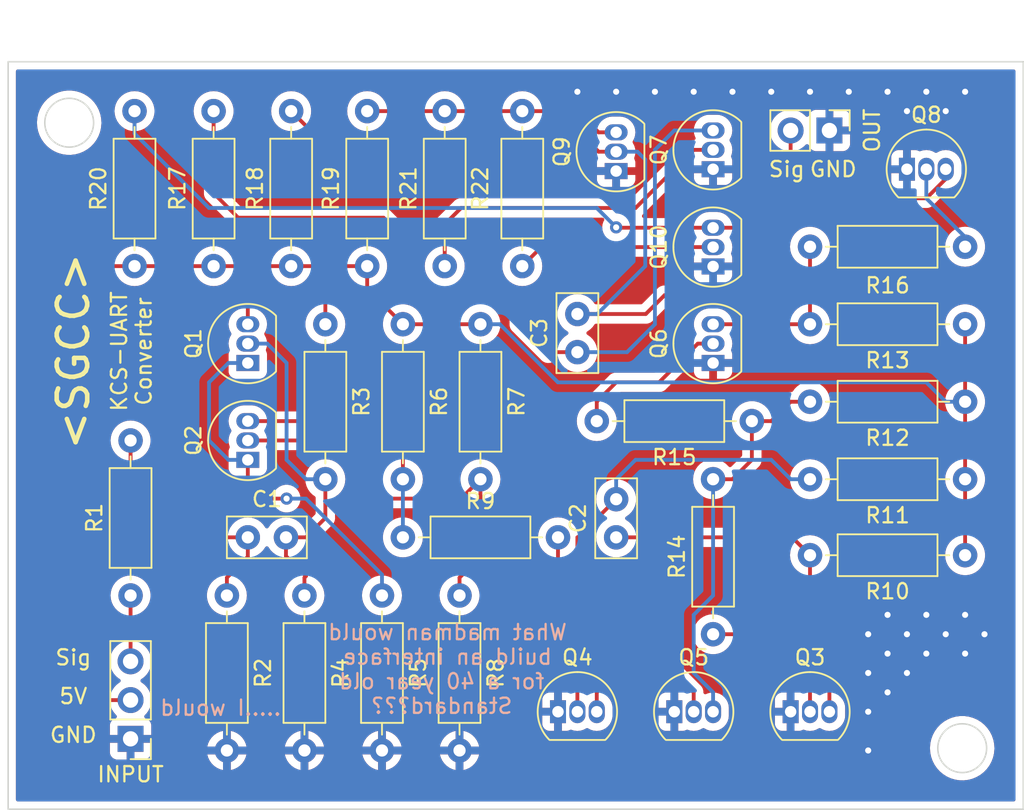
<source format=kicad_pcb>
(kicad_pcb (version 20211014) (generator pcbnew)
  (layers (0 "F.Cu" signal) (31 "B.Cu" signal) (34 "B.Paste" user) (35 "F.Paste" user) (36 "B.SilkS" user "B.Silkscreen") (37 "F.SilkS" user "F.Silkscreen") (38 "B.Mask" user) (39 "F.Mask" user) (44 "Edge.Cuts" user))
  (net 0 "")
  (net 1 "Net-(R3-Pad2)")
  (net 2 "GND")
  (net 3 "Net-(R7-Pad2)")
  (net 4 "Net-(R6-Pad2)")
  (net 5 "Net-(R9-Pad2)")
  (net 6 "VCC")
  (net 7 "Net-(R10-Pad2)")
  (net 8 "Net-(R11-Pad2)")
  (net 9 "Net-(R12-Pad2)")
  (net 10 "Net-(R13-Pad2)")
  (net 11 "Net-(R14-Pad1)")
  (net 12 "Net-(R15-Pad2)")
  (net 13 "Net-(R16-Pad2)")
  (net 14 "Net-(R17-Pad2)")
  (net 15 "Net-(R18-Pad2)")
  (net 16 "Net-(R19-Pad2)")
  (net 17 "Net-(R20-Pad2)")
  (net 18 "Net-(R21-Pad1)")
  (net 19 "Net-(R1-Pad1)")
  (net 20 "Net-(R1-Pad2)")
  (net 21 "Net-(R22-Pad2)")
  (net 22 "Net-(R5-Pad1)")
  (footprint "Resistor_THT:R_Axial_DIN0207_L6.3mm_D2.5mm_P10.16mm_Horizontal" (layer "F.Cu") (at 74.93 113.03 90)
    (fp_text reference "R14" (at 5.08 -2.37 90) (layer "F.SilkS"))
    (fp_text value "10K")
    (fp_line (start 1.04 0) (end 1.81 0) (layer "F.SilkS") (width 0.12))
    (fp_line (start 8.35 1.37) (end 8.35 -1.37) (layer "F.SilkS") (width 0.12))
    (fp_line (start 1.81 -1.37) (end 1.81 1.37) (layer "F.SilkS") (width 0.12))
    (fp_line (start 1.81 1.37) (end 8.35 1.37) (layer "F.SilkS") (width 0.12))
    (fp_line (start 9.12 0) (end 8.35 0) (layer "F.SilkS") (width 0.12))
    (fp_line (start 8.35 -1.37) (end 1.81 -1.37) (layer "F.SilkS") (width 0.12))
    (pad "1" thru_hole circle (at 0 0 90) (size 1.6 1.6) (drill 0.8) (layers *.Cu *.Mask) (net 11 "Net-(R14-Pad1)"))
    (pad "2" thru_hole oval (at 10.16 0 90) (size 1.6 1.6) (drill 0.8) (layers *.Cu *.Mask) (net 9 "Net-(R12-Pad2)"))
  )
  (footprint "Resistor_THT:R_Axial_DIN0207_L6.3mm_D2.5mm_P10.16mm_Horizontal" (layer "F.Cu") (at 49.53 92.71 -90)
    (fp_text reference "R3" (at 5.08 -2.37 90) (layer "F.SilkS"))
    (fp_text value "10K")
    (fp_line (start 9.12 0) (end 8.35 0) (layer "F.SilkS") (width 0.12))
    (fp_line (start 1.04 0) (end 1.81 0) (layer "F.SilkS") (width 0.12))
    (fp_line (start 8.35 -1.37) (end 1.81 -1.37) (layer "F.SilkS") (width 0.12))
    (fp_line (start 1.81 -1.37) (end 1.81 1.37) (layer "F.SilkS") (width 0.12))
    (fp_line (start 1.81 1.37) (end 8.35 1.37) (layer "F.SilkS") (width 0.12))
    (fp_line (start 8.35 1.37) (end 8.35 -1.37) (layer "F.SilkS") (width 0.12))
    (pad "1" thru_hole circle (at 0 0 270) (size 1.6 1.6) (drill 0.8) (layers *.Cu *.Mask) (net 6 "VCC"))
    (pad "2" thru_hole oval (at 10.16 0 270) (size 1.6 1.6) (drill 0.8) (layers *.Cu *.Mask) (net 1 "Net-(R3-Pad2)"))
  )
  (footprint "Connector_PinHeader_2.54mm:PinHeader_1x03_P2.54mm_Vertical" (layer "F.Cu") (at 36.77 119.888 180)
    (fp_text reference "INPUT" (at 0 -2.33) (layer "F.SilkS"))
    (fp_text value "Screw_Terminal_01x03")
    (fp_line (start -1.33 1.27) (end -1.33 6.41) (layer "F.SilkS") (width 0.12))
    (fp_line (start -1.33 1.27) (end 1.33 1.27) (layer "F.SilkS") (width 0.12))
    (fp_line (start -1.33 -1.33) (end 0 -1.33) (layer "F.SilkS") (width 0.12))
    (fp_line (start 1.33 1.27) (end 1.33 6.41) (layer "F.SilkS") (width 0.12))
    (fp_line (start -1.33 6.41) (end 1.33 6.41) (layer "F.SilkS") (width 0.12))
    (fp_line (start -1.33 0) (end -1.33 -1.33) (layer "F.SilkS") (width 0.12))
    (pad "1" thru_hole rect (at 0 0 180) (size 1.7 1.7) (drill 1) (layers *.Cu *.Mask) (net 2 "GND"))
    (pad "2" thru_hole oval (at 0 2.54 180) (size 1.7 1.7) (drill 1) (layers *.Cu *.Mask) (net 6 "VCC"))
    (pad "3" thru_hole oval (at 0 5.08 180) (size 1.7 1.7) (drill 1) (layers *.Cu *.Mask) (net 19 "Net-(R1-Pad1)"))
  )
  (footprint "Resistor_THT:R_Axial_DIN0207_L6.3mm_D2.5mm_P10.16mm_Horizontal" (layer "F.Cu") (at 52.27 88.9 90)
    (fp_text reference "R19" (at 5.08 -2.37 90) (layer "F.SilkS"))
    (fp_text value "2R2K")
    (fp_line (start 1.81 -1.37) (end 1.81 1.37) (layer "F.SilkS") (width 0.12))
    (fp_line (start 9.12 0) (end 8.35 0) (layer "F.SilkS") (width 0.12))
    (fp_line (start 8.35 1.37) (end 8.35 -1.37) (layer "F.SilkS") (width 0.12))
    (fp_line (start 1.04 0) (end 1.81 0) (layer "F.SilkS") (width 0.12))
    (fp_line (start 1.81 1.37) (end 8.35 1.37) (layer "F.SilkS") (width 0.12))
    (fp_line (start 8.35 -1.37) (end 1.81 -1.37) (layer "F.SilkS") (width 0.12))
    (pad "1" thru_hole circle (at 0 0 90) (size 1.6 1.6) (drill 0.8) (layers *.Cu *.Mask) (net 6 "VCC"))
    (pad "2" thru_hole oval (at 10.16 0 90) (size 1.6 1.6) (drill 0.8) (layers *.Cu *.Mask) (net 16 "Net-(R19-Pad2)"))
  )
  (footprint "Resistor_THT:R_Axial_DIN0207_L6.3mm_D2.5mm_P10.16mm_Horizontal" (layer "F.Cu") (at 91.44 107.85 180)
    (fp_text reference "R10" (at 5.08 -2.37) (layer "F.SilkS"))
    (fp_text value "2R2K")
    (fp_line (start 1.81 1.37) (end 8.35 1.37) (layer "F.SilkS") (width 0.12))
    (fp_line (start 1.81 -1.37) (end 1.81 1.37) (layer "F.SilkS") (width 0.12))
    (fp_line (start 8.35 1.37) (end 8.35 -1.37) (layer "F.SilkS") (width 0.12))
    (fp_line (start 8.35 -1.37) (end 1.81 -1.37) (layer "F.SilkS") (width 0.12))
    (fp_line (start 9.12 0) (end 8.35 0) (layer "F.SilkS") (width 0.12))
    (fp_line (start 1.04 0) (end 1.81 0) (layer "F.SilkS") (width 0.12))
    (pad "1" thru_hole circle (at 0 0 180) (size 1.6 1.6) (drill 0.8) (layers *.Cu *.Mask) (net 6 "VCC"))
    (pad "2" thru_hole oval (at 10.16 0 180) (size 1.6 1.6) (drill 0.8) (layers *.Cu *.Mask) (net 7 "Net-(R10-Pad2)"))
  )
  (footprint "Resistor_THT:R_Axial_DIN0207_L6.3mm_D2.5mm_P10.16mm_Horizontal" (layer "F.Cu") (at 42.21 88.9 90)
    (fp_text reference "R17" (at 5.08 -2.37 90) (layer "F.SilkS"))
    (fp_text value "2R2K")
    (fp_line (start 9.12 0) (end 8.35 0) (layer "F.SilkS") (width 0.12))
    (fp_line (start 1.81 -1.37) (end 1.81 1.37) (layer "F.SilkS") (width 0.12))
    (fp_line (start 1.81 1.37) (end 8.35 1.37) (layer "F.SilkS") (width 0.12))
    (fp_line (start 8.35 -1.37) (end 1.81 -1.37) (layer "F.SilkS") (width 0.12))
    (fp_line (start 1.04 0) (end 1.81 0) (layer "F.SilkS") (width 0.12))
    (fp_line (start 8.35 1.37) (end 8.35 -1.37) (layer "F.SilkS") (width 0.12))
    (pad "1" thru_hole circle (at 0 0 90) (size 1.6 1.6) (drill 0.8) (layers *.Cu *.Mask) (net 6 "VCC"))
    (pad "2" thru_hole oval (at 10.16 0 90) (size 1.6 1.6) (drill 0.8) (layers *.Cu *.Mask) (net 14 "Net-(R17-Pad2)"))
  )
  (footprint "Package_TO_SOT_THT:TO-92_Inline" (layer "F.Cu") (at 72.39 118.11)
    (fp_text reference "Q5" (at 1.27 -3.56) (layer "F.SilkS"))
    (fp_text value "2N3904")
    (fp_line (start -0.53 1.85) (end 3.07 1.85) (layer "F.SilkS") (width 0.12))
    (fp_arc (start 1.27 -2.6) (mid 3.672087 -0.994977) (end 3.108478 1.838478) (layer "F.SilkS") (width 0.12))
    (fp_arc (start -0.568478 1.838478) (mid -1.132087 -0.994977) (end 1.27 -2.6) (layer "F.SilkS") (width 0.12))
    (pad "1" thru_hole rect (at 0 0) (size 1.05 1.5) (drill 0.75) (layers *.Cu *.Mask) (net 2 "GND"))
    (pad "2" thru_hole oval (at 1.27 0) (size 1.05 1.5) (drill 0.75) (layers *.Cu *.Mask) (net 8 "Net-(R11-Pad2)"))
    (pad "3" thru_hole oval (at 2.54 0) (size 1.05 1.5) (drill 0.75) (layers *.Cu *.Mask) (net 9 "Net-(R12-Pad2)"))
  )
  (footprint "Resistor_THT:R_Axial_DIN0207_L6.3mm_D2.5mm_P10.16mm_Horizontal" (layer "F.Cu") (at 37.03 88.9 90)
    (fp_text reference "R20" (at 5.08 -2.37 90) (layer "F.SilkS"))
    (fp_text value "2R2K")
    (fp_line (start 8.35 -1.37) (end 1.81 -1.37) (layer "F.SilkS") (width 0.12))
    (fp_line (start 8.35 1.37) (end 8.35 -1.37) (layer "F.SilkS") (width 0.12))
    (fp_line (start 1.04 0) (end 1.81 0) (layer "F.SilkS") (width 0.12))
    (fp_line (start 9.12 0) (end 8.35 0) (layer "F.SilkS") (width 0.12))
    (fp_line (start 1.81 -1.37) (end 1.81 1.37) (layer "F.SilkS") (width 0.12))
    (fp_line (start 1.81 1.37) (end 8.35 1.37) (layer "F.SilkS") (width 0.12))
    (pad "1" thru_hole circle (at 0 0 90) (size 1.6 1.6) (drill 0.8) (layers *.Cu *.Mask) (net 6 "VCC"))
    (pad "2" thru_hole oval (at 10.16 0 90) (size 1.6 1.6) (drill 0.8) (layers *.Cu *.Mask) (net 17 "Net-(R20-Pad2)"))
  )
  (footprint "Resistor_THT:R_Axial_DIN0207_L6.3mm_D2.5mm_P10.16mm_Horizontal" (layer "F.Cu") (at 62.43 78.74 -90)
    (fp_text reference "R22" (at 5.08 2.75 90) (layer "F.SilkS"))
    (fp_text value "10K")
    (fp_line (start 8.35 1.37) (end 8.35 -1.37) (layer "F.SilkS") (width 0.12))
    (fp_line (start 1.04 0) (end 1.81 0) (layer "F.SilkS") (width 0.12))
    (fp_line (start 9.12 0) (end 8.35 0) (layer "F.SilkS") (width 0.12))
    (fp_line (start 8.35 -1.37) (end 1.81 -1.37) (layer "F.SilkS") (width 0.12))
    (fp_line (start 1.81 1.37) (end 8.35 1.37) (layer "F.SilkS") (width 0.12))
    (fp_line (start 1.81 -1.37) (end 1.81 1.37) (layer "F.SilkS") (width 0.12))
    (pad "1" thru_hole circle (at 0 0 270) (size 1.6 1.6) (drill 0.8) (layers *.Cu *.Mask) (net 16 "Net-(R19-Pad2)"))
    (pad "2" thru_hole oval (at 10.16 0 270) (size 1.6 1.6) (drill 0.8) (layers *.Cu *.Mask) (net 21 "Net-(R22-Pad2)"))
  )
  (footprint "Package_TO_SOT_THT:TO-92_Inline" (layer "F.Cu") (at 44.45 101.6 90)
    (fp_text reference "Q2" (at 1.27 -3.56 90) (layer "F.SilkS"))
    (fp_text value "2N3904")
    (fp_line (start -0.53 1.85) (end 3.07 1.85) (layer "F.SilkS") (width 0.12))
    (fp_arc (start -0.568478 1.838478) (mid -1.132087 -0.994977) (end 1.27 -2.6) (layer "F.SilkS") (width 0.12))
    (fp_arc (start 1.27 -2.6) (mid 3.672087 -0.994977) (end 3.108478 1.838478) (layer "F.SilkS") (width 0.12))
    (pad "1" thru_hole rect (at 0 0 90) (size 1.05 1.5) (drill 0.75) (layers *.Cu *.Mask) (net 22 "Net-(R5-Pad1)"))
    (pad "2" thru_hole oval (at 1.27 0 90) (size 1.05 1.5) (drill 0.75) (layers *.Cu *.Mask) (net 3 "Net-(R7-Pad2)"))
    (pad "3" thru_hole oval (at 2.54 0 90) (size 1.05 1.5) (drill 0.75) (layers *.Cu *.Mask) (net 4 "Net-(R6-Pad2)"))
  )
  (footprint "Package_TO_SOT_THT:TO-92_Inline" (layer "F.Cu") (at 74.93 82.55 90)
    (fp_text reference "Q7" (at 1.27 -3.56 90) (layer "F.SilkS"))
    (fp_text value "2N3904")
    (fp_line (start -0.53 1.85) (end 3.07 1.85) (layer "F.SilkS") (width 0.12))
    (fp_arc (start 1.27 -2.6) (mid 3.672087 -0.994977) (end 3.108478 1.838478) (layer "F.SilkS") (width 0.12))
    (fp_arc (start -0.568478 1.838478) (mid -1.132087 -0.994977) (end 1.27 -2.6) (layer "F.SilkS") (width 0.12))
    (pad "1" thru_hole rect (at 0 0 90) (size 1.05 1.5) (drill 0.75) (layers *.Cu *.Mask) (net 2 "GND"))
    (pad "2" thru_hole oval (at 1.27 0 90) (size 1.05 1.5) (drill 0.75) (layers *.Cu *.Mask) (net 18 "Net-(R21-Pad1)"))
    (pad "3" thru_hole oval (at 2.54 0 90) (size 1.05 1.5) (drill 0.75) (layers *.Cu *.Mask) (net 14 "Net-(R17-Pad2)"))
  )
  (footprint "Capacitor_THT:C_Disc_D5.0mm_W2.5mm_P2.50mm" (layer "F.Cu") (at 44.45 106.68)
    (fp_text reference "C1" (at 1.25 -2.5) (layer "F.SilkS"))
    (fp_text value "100n")
    (fp_line (start -1.37 -1.37) (end -1.37 1.37) (layer "F.SilkS") (width 0.12))
    (fp_line (start 3.87 -1.37) (end 3.87 1.37) (layer "F.SilkS") (width 0.12))
    (fp_line (start -1.37 -1.37) (end 3.87 -1.37) (layer "F.SilkS") (width 0.12))
    (fp_line (start -1.37 1.37) (end 3.87 1.37) (layer "F.SilkS") (width 0.12))
    (pad "1" thru_hole circle (at 0 0) (size 1.6 1.6) (drill 0.8) (layers *.Cu *.Mask) (net 20 "Net-(R1-Pad2)"))
    (pad "2" thru_hole circle (at 2.5 0) (size 1.6 1.6) (drill 0.8) (layers *.Cu *.Mask) (net 1 "Net-(R3-Pad2)"))
  )
  (footprint "Resistor_THT:R_Axial_DIN0207_L6.3mm_D2.5mm_P10.16mm_Horizontal" (layer "F.Cu") (at 59.69 92.71 -90)
    (fp_text reference "R7" (at 5.08 -2.37 90) (layer "F.SilkS"))
    (fp_text value "10K")
    (fp_line (start 8.35 -1.37) (end 1.81 -1.37) (layer "F.SilkS") (width 0.12))
    (fp_line (start 1.04 0) (end 1.81 0) (layer "F.SilkS") (width 0.12))
    (fp_line (start 1.81 1.37) (end 8.35 1.37) (layer "F.SilkS") (width 0.12))
    (fp_line (start 1.81 -1.37) (end 1.81 1.37) (layer "F.SilkS") (width 0.12))
    (fp_line (start 9.12 0) (end 8.35 0) (layer "F.SilkS") (width 0.12))
    (fp_line (start 8.35 1.37) (end 8.35 -1.37) (layer "F.SilkS") (width 0.12))
    (pad "1" thru_hole circle (at 0 0 270) (size 1.6 1.6) (drill 0.8) (layers *.Cu *.Mask) (net 6 "VCC"))
    (pad "2" thru_hole oval (at 10.16 0 270) (size 1.6 1.6) (drill 0.8) (layers *.Cu *.Mask) (net 3 "Net-(R7-Pad2)"))
  )
  (footprint "Resistor_THT:R_Axial_DIN0207_L6.3mm_D2.5mm_P10.16mm_Horizontal" (layer "F.Cu") (at 91.44 92.71 180)
    (fp_text reference "R13" (at 5.08 -2.37) (layer "F.SilkS"))
    (fp_text value "2R2K")
    (fp_line (start 1.81 -1.37) (end 1.81 1.37) (layer "F.SilkS") (width 0.12))
    (fp_line (start 1.04 0) (end 1.81 0) (layer "F.SilkS") (width 0.12))
    (fp_line (start 1.81 1.37) (end 8.35 1.37) (layer "F.SilkS") (width 0.12))
    (fp_line (start 8.35 -1.37) (end 1.81 -1.37) (layer "F.SilkS") (width 0.12))
    (fp_line (start 8.35 1.37) (end 8.35 -1.37) (layer "F.SilkS") (width 0.12))
    (fp_line (start 9.12 0) (end 8.35 0) (layer "F.SilkS") (width 0.12))
    (pad "1" thru_hole circle (at 0 0 180) (size 1.6 1.6) (drill 0.8) (layers *.Cu *.Mask) (net 6 "VCC"))
    (pad "2" thru_hole oval (at 10.16 0 180) (size 1.6 1.6) (drill 0.8) (layers *.Cu *.Mask) (net 10 "Net-(R13-Pad2)"))
  )
  (footprint "Resistor_THT:R_Axial_DIN0207_L6.3mm_D2.5mm_P10.16mm_Horizontal" (layer "F.Cu") (at 54.61 92.71 -90)
    (fp_text reference "R6" (at 5.08 -2.37 90) (layer "F.SilkS"))
    (fp_text value "2R2K")
    (fp_line (start 8.35 1.37) (end 8.35 -1.37) (layer "F.SilkS") (width 0.12))
    (fp_line (start 8.35 -1.37) (end 1.81 -1.37) (layer "F.SilkS") (width 0.12))
    (fp_line (start 1.04 0) (end 1.81 0) (layer "F.SilkS") (width 0.12))
    (fp_line (start 1.81 -1.37) (end 1.81 1.37) (layer "F.SilkS") (width 0.12))
    (fp_line (start 1.81 1.37) (end 8.35 1.37) (layer "F.SilkS") (width 0.12))
    (fp_line (start 9.12 0) (end 8.35 0) (layer "F.SilkS") (width 0.12))
    (pad "1" thru_hole circle (at 0 0 270) (size 1.6 1.6) (drill 0.8) (layers *.Cu *.Mask) (net 6 "VCC"))
    (pad "2" thru_hole oval (at 10.16 0 270) (size 1.6 1.6) (drill 0.8) (layers *.Cu *.Mask) (net 4 "Net-(R6-Pad2)"))
  )
  (footprint "Package_TO_SOT_THT:TO-92_Inline" (layer "F.Cu") (at 68.58 82.67113 90)
    (fp_text reference "Q9" (at 1.27 -3.56 90) (layer "F.SilkS"))
    (fp_text value "2N3904")
    (fp_line (start -0.53 1.85) (end 3.07 1.85) (layer "F.SilkS") (width 0.12))
    (fp_arc (start -0.568478 1.838478) (mid -1.132087 -0.994977) (end 1.27 -2.6) (layer "F.SilkS") (width 0.12))
    (fp_arc (start 1.27 -2.6) (mid 3.672087 -0.994977) (end 3.108478 1.838478) (layer "F.SilkS") (width 0.12))
    (pad "1" thru_hole rect (at 0 0 90) (size 1.05 1.5) (drill 0.75) (layers *.Cu *.Mask) (net 2 "GND"))
    (pad "2" thru_hole oval (at 1.27 0 90) (size 1.05 1.5) (drill 0.75) (layers *.Cu *.Mask) (net 15 "Net-(R18-Pad2)"))
    (pad "3" thru_hole oval (at 2.54 0 90) (size 1.05 1.5) (drill 0.75) (layers *.Cu *.Mask) (net 16 "Net-(R19-Pad2)"))
  )
  (footprint "Resistor_THT:R_Axial_DIN0207_L6.3mm_D2.5mm_P10.16mm_Horizontal" (layer "F.Cu") (at 58.32 110.49 -90)
    (fp_text reference "R8" (at 5.08 -2.37 90) (layer "F.SilkS"))
    (fp_text value "3K")
    (fp_line (start 9.12 0) (end 8.35 0) (layer "F.SilkS") (width 0.12))
    (fp_line (start 8.35 1.37) (end 8.35 -1.37) (layer "F.SilkS") (width 0.12))
    (fp_line (start 1.81 1.37) (end 8.35 1.37) (layer "F.SilkS") (width 0.12))
    (fp_line (start 8.35 -1.37) (end 1.81 -1.37) (layer "F.SilkS") (width 0.12))
    (fp_line (start 1.04 0) (end 1.81 0) (layer "F.SilkS") (width 0.12))
    (fp_line (start 1.81 -1.37) (end 1.81 1.37) (layer "F.SilkS") (width 0.12))
    (pad "1" thru_hole circle (at 0 0 270) (size 1.6 1.6) (drill 0.8) (layers *.Cu *.Mask) (net 3 "Net-(R7-Pad2)"))
    (pad "2" thru_hole oval (at 10.16 0 270) (size 1.6 1.6) (drill 0.8) (layers *.Cu *.Mask) (net 2 "GND"))
  )
  (footprint "Resistor_THT:R_Axial_DIN0207_L6.3mm_D2.5mm_P10.16mm_Horizontal" (layer "F.Cu") (at 48.16 110.49 -90)
    (fp_text reference "R4" (at 5.08 -2.37 90) (layer "F.SilkS"))
    (fp_text value "3K")
    (fp_line (start 8.35 1.37) (end 8.35 -1.37) (layer "F.SilkS") (width 0.12))
    (fp_line (start 1.81 1.37) (end 8.35 1.37) (layer "F.SilkS") (width 0.12))
    (fp_line (start 9.12 0) (end 8.35 0) (layer "F.SilkS") (width 0.12))
    (fp_line (start 1.81 -1.37) (end 1.81 1.37) (layer "F.SilkS") (width 0.12))
    (fp_line (start 1.04 0) (end 1.81 0) (layer "F.SilkS") (width 0.12))
    (fp_line (start 8.35 -1.37) (end 1.81 -1.37) (layer "F.SilkS") (width 0.12))
    (pad "1" thru_hole circle (at 0 0 270) (size 1.6 1.6) (drill 0.8) (layers *.Cu *.Mask) (net 1 "Net-(R3-Pad2)"))
    (pad "2" thru_hole oval (at 10.16 0 270) (size 1.6 1.6) (drill 0.8) (layers *.Cu *.Mask) (net 2 "GND"))
  )
  (footprint "Capacitor_THT:C_Disc_D5.0mm_W2.5mm_P2.50mm" (layer "F.Cu") (at 66.04 94.54 90)
    (fp_text reference "C3" (at 1.25 -2.5 90) (layer "F.SilkS"))
    (fp_text value "100n")
    (fp_line (start -1.37 1.37) (end 3.87 1.37) (layer "F.SilkS") (width 0.12))
    (fp_line (start -1.37 -1.37) (end 3.87 -1.37) (layer "F.SilkS") (width 0.12))
    (fp_line (start -1.37 -1.37) (end -1.37 1.37) (layer "F.SilkS") (width 0.12))
    (fp_line (start 3.87 -1.37) (end 3.87 1.37) (layer "F.SilkS") (width 0.12))
    (pad "1" thru_hole circle (at 0 0 90) (size 1.6 1.6) (drill 0.8) (layers *.Cu *.Mask) (net 14 "Net-(R17-Pad2)"))
    (pad "2" thru_hole circle (at 2.5 0 90) (size 1.6 1.6) (drill 0.8) (layers *.Cu *.Mask) (net 15 "Net-(R18-Pad2)"))
  )
  (footprint "Resistor_THT:R_Axial_DIN0207_L6.3mm_D2.5mm_P10.16mm_Horizontal" (layer "F.Cu") (at 54.61 106.68)
    (fp_text reference "R9" (at 5.08 -2.37) (layer "F.SilkS"))
    (fp_text value "10K")
    (fp_line (start 1.81 1.37) (end 8.35 1.37) (layer "F.SilkS") (width 0.12))
    (fp_line (start 8.35 -1.37) (end 1.81 -1.37) (layer "F.SilkS") (width 0.12))
    (fp_line (start 1.81 -1.37) (end 1.81 1.37) (layer "F.SilkS") (width 0.12))
    (fp_line (start 9.12 0) (end 8.35 0) (layer "F.SilkS") (width 0.12))
    (fp_line (start 1.04 0) (end 1.81 0) (layer "F.SilkS") (width 0.12))
    (fp_line (start 8.35 1.37) (end 8.35 -1.37) (layer "F.SilkS") (width 0.12))
    (pad "1" thru_hole circle (at 0 0) (size 1.6 1.6) (drill 0.8) (layers *.Cu *.Mask) (net 4 "Net-(R6-Pad2)"))
    (pad "2" thru_hole oval (at 10.16 0) (size 1.6 1.6) (drill 0.8) (layers *.Cu *.Mask) (net 5 "Net-(R9-Pad2)"))
  )
  (footprint "Resistor_THT:R_Axial_DIN0207_L6.3mm_D2.5mm_P10.16mm_Horizontal" (layer "F.Cu") (at 36.77 110.49 90)
    (fp_text reference "R1" (at 5.08 -2.37 90) (layer "F.SilkS"))
    (fp_text value "100R")
    (fp_line (start 8.35 1.37) (end 8.35 -1.37) (layer "F.SilkS") (width 0.12))
    (fp_line (start 9.12 0) (end 8.35 0) (layer "F.SilkS") (width 0.12))
    (fp_line (start 1.04 0) (end 1.81 0) (layer "F.SilkS") (width 0.12))
    (fp_line (start 1.81 -1.37) (end 1.81 1.37) (layer "F.SilkS") (width 0.12))
    (fp_line (start 8.35 -1.37) (end 1.81 -1.37) (layer "F.SilkS") (width 0.12))
    (fp_line (start 1.81 1.37) (end 8.35 1.37) (layer "F.SilkS") (width 0.12))
    (pad "1" thru_hole circle (at 0 0 90) (size 1.6 1.6) (drill 0.8) (layers *.Cu *.Mask) (net 19 "Net-(R1-Pad1)"))
    (pad "2" thru_hole oval (at 10.16 0 90) (size 1.6 1.6) (drill 0.8) (layers *.Cu *.Mask) (net 20 "Net-(R1-Pad2)"))
  )
  (footprint "Resistor_THT:R_Axial_DIN0207_L6.3mm_D2.5mm_P10.16mm_Horizontal" (layer "F.Cu") (at 53.24 110.49 -90)
    (fp_text reference "R5" (at 5.08 -2.37 90) (layer "F.SilkS"))
    (fp_text value "100R")
    (fp_line (start 1.81 1.37) (end 8.35 1.37) (layer "F.SilkS") (width 0.12))
    (fp_line (start 1.81 -1.37) (end 1.81 1.37) (layer "F.SilkS") (width 0.12))
    (fp_line (start 8.35 -1.37) (end 1.81 -1.37) (layer "F.SilkS") (width 0.12))
    (fp_line (start 1.04 0) (end 1.81 0) (layer "F.SilkS") (width 0.12))
    (fp_line (start 9.12 0) (end 8.35 0) (layer "F.SilkS") (width 0.12))
    (fp_line (start 8.35 1.37) (end 8.35 -1.37) (layer "F.SilkS") (width 0.12))
    (pad "1" thru_hole circle (at 0 0 270) (size 1.6 1.6) (drill 0.8) (layers *.Cu *.Mask) (net 22 "Net-(R5-Pad1)"))
    (pad "2" thru_hole oval (at 10.16 0 270) (size 1.6 1.6) (drill 0.8) (layers *.Cu *.Mask) (net 2 "GND"))
  )
  (footprint "Resistor_THT:R_Axial_DIN0207_L6.3mm_D2.5mm_P10.16mm_Horizontal" (layer "F.Cu") (at 81.28 87.63)
    (fp_text reference "R16" (at 5.08 2.54) (layer "F.SilkS"))
    (fp_text value "10K")
    (fp_line (start 1.81 -1.37) (end 1.81 1.37) (layer "F.SilkS") (width 0.12))
    (fp_line (start 8.35 1.37) (end 8.35 -1.37) (layer "F.SilkS") (width 0.12))
    (fp_line (start 1.81 1.37) (end 8.35 1.37) (layer "F.SilkS") (width 0.12))
    (fp_line (start 1.04 0) (end 1.81 0) (layer "F.SilkS") (width 0.12))
    (fp_line (start 8.35 -1.37) (end 1.81 -1.37) (layer "F.SilkS") (width 0.12))
    (fp_line (start 9.12 0) (end 8.35 0) (layer "F.SilkS") (width 0.12))
    (pad "1" thru_hole circle (at 0 0) (size 1.6 1.6) (drill 0.8) (layers *.Cu *.Mask) (net 10 "Net-(R13-Pad2)"))
    (pad "2" thru_hole oval (at 10.16 0) (size 1.6 1.6) (drill 0.8) (layers *.Cu *.Mask) (net 13 "Net-(R16-Pad2)"))
  )
  (footprint "Resistor_THT:R_Axial_DIN0207_L6.3mm_D2.5mm_P10.16mm_Horizontal" (layer "F.Cu") (at 91.44 97.79 180)
    (fp_text reference "R12" (at 5.08 -2.37) (layer "F.SilkS"))
    (fp_text value "2R2K")
    (fp_line (start 8.35 1.37) (end 8.35 -1.37) (layer "F.SilkS") (width 0.12))
    (fp_line (start 8.35 -1.37) (end 1.81 -1.37) (layer "F.SilkS") (width 0.12))
    (fp_line (start 1.04 0) (end 1.81 0) (layer "F.SilkS") (width 0.12))
    (fp_line (start 9.12 0) (end 8.35 0) (layer "F.SilkS") (width 0.12))
    (fp_line (start 1.81 1.37) (end 8.35 1.37) (layer "F.SilkS") (width 0.12))
    (fp_line (start 1.81 -1.37) (end 1.81 1.37) (layer "F.SilkS") (width 0.12))
    (pad "1" thru_hole circle (at 0 0 180) (size 1.6 1.6) (drill 0.8) (layers *.Cu *.Mask) (net 6 "VCC"))
    (pad "2" thru_hole oval (at 10.16 0 180) (size 1.6 1.6) (drill 0.8) (layers *.Cu *.Mask) (net 9 "Net-(R12-Pad2)"))
  )
  (footprint "Package_TO_SOT_THT:TO-92_Inline" (layer "F.Cu") (at 44.45 95.25 90)
    (fp_text reference "Q1" (at 1.27 -3.56 90) (layer "F.SilkS"))
    (fp_text value "2N3904")
    (fp_line (start -0.53 1.85) (end 3.07 1.85) (layer "F.SilkS") (width 0.12))
    (fp_arc (start -0.568478 1.838478) (mid -1.132087 -0.994977) (end 1.27 -2.6) (layer "F.SilkS") (width 0.12))
    (fp_arc (start 1.27 -2.6) (mid 3.672087 -0.994977) (end 3.108478 1.838478) (layer "F.SilkS") (width 0.12))
    (pad "1" thru_hole rect (at 0 0 90) (size 1.05 1.5) (drill 0.75) (layers *.Cu *.Mask) (net 22 "Net-(R5-Pad1)"))
    (pad "2" thru_hole oval (at 1.27 0 90) (size 1.05 1.5) (drill 0.75) (layers *.Cu *.Mask) (net 1 "Net-(R3-Pad2)"))
    (pad "3" thru_hole oval (at 2.54 0 90) (size 1.05 1.5) (drill 0.75) (layers *.Cu *.Mask) (net 6 "VCC"))
  )
  (footprint "Capacitor_THT:C_Disc_D5.0mm_W2.5mm_P2.50mm" (layer "F.Cu") (at 68.58 106.68 90)
    (fp_text reference "C2" (at 1.25 -2.5 90) (layer "F.SilkS"))
    (fp_text value "100n")
    (fp_line (start -1.37 -1.37) (end -1.37 1.37) (layer "F.SilkS") (width 0.12))
    (fp_line (start -1.37 -1.37) (end 3.87 -1.37) (layer "F.SilkS") (width 0.12))
    (fp_line (start 3.87 -1.37) (end 3.87 1.37) (layer "F.SilkS") (width 0.12))
    (fp_line (start -1.37 1.37) (end 3.87 1.37) (layer "F.SilkS") (width 0.12))
    (pad "1" thru_hole circle (at 0 0 90) (size 1.6 1.6) (drill 0.8) (layers *.Cu *.Mask) (net 7 "Net-(R10-Pad2)"))
    (pad "2" thru_hole circle (at 2.5 0 90) (size 1.6 1.6) (drill 0.8) (layers *.Cu *.Mask) (net 8 "Net-(R11-Pad2)"))
  )
  (footprint "Resistor_THT:R_Axial_DIN0207_L6.3mm_D2.5mm_P10.16mm_Horizontal" (layer "F.Cu") (at 43.08 110.49 -90)
    (fp_text reference "R2" (at 5.08 -2.37 90) (layer "F.SilkS"))
    (fp_text value "50R")
    (fp_line (start 9.12 0) (end 8.35 0) (layer "F.SilkS") (width 0.12))
    (fp_line (start 8.35 1.37) (end 8.35 -1.37) (layer "F.SilkS") (width 0.12))
    (fp_line (start 1.04 0) (end 1.81 0) (layer "F.SilkS") (width 0.12))
    (fp_line (start 8.35 -1.37) (end 1.81 -1.37) (layer "F.SilkS") (width 0.12))
    (fp_line (start 1.81 1.37) (end 8.35 1.37) (layer "F.SilkS") (width 0.12))
    (fp_line (start 1.81 -1.37) (end 1.81 1.37) (layer "F.SilkS") (width 0.12))
    (pad "1" thru_hole circle (at 0 0 270) (size 1.6 1.6) (drill 0.8) (layers *.Cu *.Mask) (net 20 "Net-(R1-Pad2)"))
    (pad "2" thru_hole oval (at 10.16 0 270) (size 1.6 1.6) (drill 0.8) (layers *.Cu *.Mask) (net 2 "GND"))
  )
  (footprint "Connector_PinHeader_2.54mm:PinHeader_1x02_P2.54mm_Vertical" (layer "F.Cu") (at 82.55 80.01 -90)
    (fp_text reference "OUT" (at 0 -2.794 90) (layer "F.SilkS"))
    (fp_text value "Screw_Terminal_01x02")
    (fp_line (start -1.33 0) (end -1.33 -1.33) (layer "F.SilkS") (width 0.12))
    (fp_line (start -1.33 1.27) (end -1.33 3.87) (layer "F.SilkS") (width 0.12))
    (fp_line (start -1.33 1.27) (end 1.33 1.27) (layer "F.SilkS") (width 0.12))
    (fp_line (start -1.33 3.87) (end 1.33 3.87) (layer "F.SilkS") (width 0.12))
    (fp_line (start -1.33 -1.33) (end 0 -1.33) (layer "F.SilkS") (width 0.12))
    (fp_line (start 1.33 1.27) (end 1.33 3.87) (layer "F.SilkS") (width 0.12))
    (pad "1" thru_hole rect (at 0 0 270) (size 1.7 1.7) (drill 1) (layers *.Cu *.Mask) (net 2 "GND"))
    (pad "2" thru_hole oval (at 0 2.54 270) (size 1.7 1.7) (drill 1) (layers *.Cu *.Mask) (net 17 "Net-(R20-Pad2)"))
  )
  (footprint "Package_TO_SOT_THT:TO-92_Inline" (layer "F.Cu") (at 74.93 88.923217 90)
    (fp_text reference "Q10" (at 1.27 -3.56 90) (layer "F.SilkS"))
    (fp_text value "2N3904")
    (fp_line (start -0.53 1.85) (end 3.07 1.85) (layer "F.SilkS") (width 0.12))
    (fp_arc (start -0.568478 1.838478) (mid -1.132087 -0.994977) (end 1.27 -2.6) (layer "F.SilkS") (width 0.12))
    (fp_arc (start 1.27 -2.6) (mid 3.672087 -0.994977) (end 3.108478 1.838478) (layer "F.SilkS") (width 0.12))
    (pad "1" thru_hole rect (at 0 0 90) (size 1.05 1.5) (drill 0.75) (layers *.Cu *.Mask) (net 2 "GND"))
    (pad "2" thru_hole oval (at 1.27 0 90) (size 1.05 1.5) (drill 0.75) (layers *.Cu *.Mask) (net 21 "Net-(R22-Pad2)"))
    (pad "3" thru_hole oval (at 2.54 0 90) (size 1.05 1.5) (drill 0.75) (layers *.Cu *.Mask) (net 17 "Net-(R20-Pad2)"))
  )
  (footprint "Resistor_THT:R_Axial_DIN0207_L6.3mm_D2.5mm_P10.16mm_Horizontal" (layer "F.Cu") (at 91.44 102.87 180)
    (fp_text reference "R11" (at 5.08 -2.37) (layer "F.SilkS"))
    (fp_text value "22K")
    (fp_line (start 1.81 1.37) (end 8.35 1.37) (layer "F.SilkS") (width 0.12))
    (fp_line (start 9.12 0) (end 8.35 0) (layer "F.SilkS") (width 0.12))
    (fp_line (start 1.04 0) (end 1.81 0) (layer "F.SilkS") (width 0.12))
    (fp_line (start 8.35 -1.37) (end 1.81 -1.37) (layer "F.SilkS") (width 0.12))
    (fp_line (start 8.35 1.37) (end 8.35 -1.37) (layer "F.SilkS") (width 0.12))
    (fp_line (start 1.81 -1.37) (end 1.81 1.37) (layer "F.SilkS") (width 0.12))
    (pad "1" thru_hole circle (at 0 0 180) (size 1.6 1.6) (drill 0.8) (layers *.Cu *.Mask) (net 6 "VCC"))
    (pad "2" thru_hole oval (at 10.16 0 180) (size 1.6 1.6) (drill 0.8) (layers *.Cu *.Mask) (net 8 "Net-(R11-Pad2)"))
  )
  (footprint "Package_TO_SOT_THT:TO-92_Inline" (layer "F.Cu") (at 80.01 118.11)
    (fp_text reference "Q3" (at 1.27 -3.56) (layer "F.SilkS"))
    (fp_text value "2N3904")
    (fp_line (start -0.53 1.85) (end 3.07 1.85) (layer "F.SilkS") (width 0.12))
    (fp_arc (start 1.27 -2.6) (mid 3.672087 -0.994977) (end 3.108478 1.838478) (layer "F.SilkS") (width 0.12))
    (fp_arc (start -0.568478 1.838478) (mid -1.132087 -0.994977) (end 1.27 -2.6) (layer "F.SilkS") (width 0.12))
    (pad "1" thru_hole rect (at 0 0) (size 1.05 1.5) (drill 0.75) (layers *.Cu *.Mask) (net 2 "GND"))
    (pad "2" thru_hole oval (at 1.27 0) (size 1.05 1.5) (drill 0.75) (layers *.Cu *.Mask) (net 11 "Net-(R14-Pad1)"))
    (pad "3" thru_hole oval (at 2.54 0) (size 1.05 1.5) (drill 0.75) (layers *.Cu *.Mask) (net 7 "Net-(R10-Pad2)"))
  )
  (footprint "Resistor_THT:R_Axial_DIN0207_L6.3mm_D2.5mm_P10.16mm_Horizontal" (layer "F.Cu") (at 77.47 99.06 180)
    (fp_text reference "R15" (at 5.08 -2.37) (layer "F.SilkS"))
    (fp_text value "10K")
    (fp_line (start 8.35 -1.37) (end 1.81 -1.37) (layer "F.SilkS") (width 0.12))
    (fp_line (start 1.81 -1.37) (end 1.81 1.37) (layer "F.SilkS") (width 0.12))
    (fp_line (start 8.35 1.37) (end 8.35 -1.37) (layer "F.SilkS") (width 0.12))
    (fp_line (start 1.81 1.37) (end 8.35 1.37) (layer "F.SilkS") (width 0.12))
    (fp_line (start 1.04 0) (end 1.81 0) (layer "F.SilkS") (width 0.12))
    (fp_line (start 9.12 0) (end 8.35 0) (layer "F.SilkS") (width 0.12))
    (pad "1" thru_hole circle (at 0 0 180) (size 1.6 1.6) (drill 0.8) (layers *.Cu *.Mask) (net 9 "Net-(R12-Pad2)"))
    (pad "2" thru_hole oval (at 10.16 0 180) (size 1.6 1.6) (drill 0.8) (layers *.Cu *.Mask) (net 12 "Net-(R15-Pad2)"))
  )
  (footprint "Package_TO_SOT_THT:TO-92_Inline" (layer "F.Cu") (at 74.93 95.25 90)
    (fp_text reference "Q6" (at 1.27 -3.56 90) (layer "F.SilkS"))
    (fp_text value "2N3904")
    (fp_line (start -0.53 1.85) (end 3.07 1.85) (layer "F.SilkS") (width 0.12))
    (fp_arc (start -0.568478 1.838478) (mid -1.132087 -0.994977) (end 1.27 -2.6) (layer "F.SilkS") (width 0.12))
    (fp_arc (start 1.27 -2.6) (mid 3.672087 -0.994977) (end 3.108478 1.838478) (layer "F.SilkS") (width 0.12))
    (pad "1" thru_hole rect (at 0 0 90) (size 1.05 1.5) (drill 0.75) (layers *.Cu *.Mask) (net 2 "GND"))
    (pad "2" thru_hole oval (at 1.27 0 90) (size 1.05 1.5) (drill 0.75) (layers *.Cu *.Mask) (net 12 "Net-(R15-Pad2)"))
    (pad "3" thru_hole oval (at 2.54 0 90) (size 1.05 1.5) (drill 0.75) (layers *.Cu *.Mask) (net 10 "Net-(R13-Pad2)"))
  )
  (footprint "Package_TO_SOT_THT:TO-92_Inline" (layer "F.Cu") (at 64.77 118.11)
    (fp_text reference "Q4" (at 1.27 -3.56) (layer "F.SilkS"))
    (fp_text value "2N3904")
    (fp_line (start -0.53 1.85) (end 3.07 1.85) (layer "F.SilkS") (width 0.12))
    (fp_arc (start -0.568478 1.838478) (mid -1.132087 -0.994977) (end 1.27 -2.6) (layer "F.SilkS") (width 0.12))
    (fp_arc (start 1.27 -2.6) (mid 3.672087 -0.994977) (end 3.108478 1.838478) (layer "F.SilkS") (width 0.12))
    (pad "1" thru_hole rect (at 0 0) (size 1.05 1.5) (drill 0.75) (layers *.Cu *.Mask) (net 2 "GND"))
    (pad "2" thru_hole oval (at 1.27 0) (size 1.05 1.5) (drill 0.75) (layers *.Cu *.Mask) (net 5 "Net-(R9-Pad2)"))
    (pad "3" thru_hole oval (at 2.54 0) (size 1.05 1.5) (drill 0.75) (layers *.Cu *.Mask) (net 8 "Net-(R11-Pad2)"))
  )
  (footprint "Resistor_THT:R_Axial_DIN0207_L6.3mm_D2.5mm_P10.16mm_Horizontal" (layer "F.Cu") (at 57.35 88.9 90)
    (fp_text reference "R21" (at 5.08 -2.37 90) (layer "F.SilkS"))
    (fp_text value "10K")
    (fp_line (start 8.35 -1.37) (end 1.81 -1.37) (layer "F.SilkS") (width 0.12))
    (fp_line (start 1.81 -1.37) (end 1.81 1.37) (layer "F.SilkS") (width 0.12))
    (fp_line (start 1.04 0) (end 1.81 0) (layer "F.SilkS") (width 0.12))
    (fp_line (start 8.35 1.37) (end 8.35 -1.37) (layer "F.SilkS") (width 0.12))
    (fp_line (start 1.81 1.37) (end 8.35 1.37) (layer "F.SilkS") (width 0.12))
    (fp_line (start 9.12 0) (end 8.35 0) (layer "F.SilkS") (width 0.12))
    (pad "1" thru_hole circle (at 0 0 90) (size 1.6 1.6) (drill 0.8) (layers *.Cu *.Mask) (net 18 "Net-(R21-Pad1)"))
    (pad "2" thru_hole oval (at 10.16 0 90) (size 1.6 1.6) (drill 0.8) (layers *.Cu *.Mask) (net 16 "Net-(R19-Pad2)"))
  )
  (footprint "Resistor_THT:R_Axial_DIN0207_L6.3mm_D2.5mm_P10.16mm_Horizontal" (layer "F.Cu") (at 47.29 88.9 90)
    (fp_text reference "R18" (at 5.08 -2.37 90) (layer "F.SilkS"))
    (fp_text value "80K")
    (fp_line (start 1.81 1.37) (end 8.35 1.37) (layer "F.SilkS") (width 0.12))
    (fp_line (start 8.35 -1.37) (end 1.81 -1.37) (layer "F.SilkS") (width 0.12))
    (fp_line (start 8.35 1.37) (end 8.35 -1.37) (layer "F.SilkS") (width 0.12))
    (fp_line (start 1.81 -1.37) (end 1.81 1.37) (layer "F.SilkS") (width 0.12))
    (fp_line (start 9.12 0) (end 8.35 0) (layer "F.SilkS") (width 0.12))
    (fp_line (start 1.04 0) (end 1.81 0) (layer "F.SilkS") (width 0.12))
    (pad "1" thru_hole circle (at 0 0 90) (size 1.6 1.6) (drill 0.8) (layers *.Cu *.Mask) (net 6 "VCC"))
    (pad "2" thru_hole oval (at 10.16 0 90) (size 1.6 1.6) (drill 0.8) (layers *.Cu *.Mask) (net 15 "Net-(R18-Pad2)"))
  )
  (footprint "Package_TO_SOT_THT:TO-92_Inline" (layer "F.Cu") (at 87.63 82.55)
    (fp_text reference "Q8" (at 1.27 -3.56) (layer "F.SilkS"))
    (fp_text value "2N3904")
    (fp_line (start -0.53 1.85) (end 3.07 1.85) (layer "F.SilkS") (width 0.12))
    (fp_arc (start 1.27 -2.6) (mid 3.672087 -0.994977) (end 3.108478 1.838478) (layer "F.SilkS") (width 0.12))
    (fp_arc (start -0.568478 1.838478) (mid -1.132087 -0.994977) (end 1.27 -2.6) (layer "F.SilkS") (width 0.12))
    (pad "1" thru_hole rect (at 0 0) (size 1.05 1.5) (drill 0.75) (layers *.Cu *.Mask) (net 2 "GND"))
    (pad "2" thru_hole oval (at 1.27 0) (size 1.05 1.5) (drill 0.75) (layers *.Cu *.Mask) (net 13 "Net-(R16-Pad2)"))
    (pad "3" thru_hole oval (at 2.54 0) (size 1.05 1.5) (drill 0.75) (layers *.Cu *.Mask) (net 15 "Net-(R18-Pad2)"))
  )
  (gr_circle (center 91.25 120.5) (end 92.85 120.5) (layer "Edge.Cuts") (width 0.1) (fill none))
  (gr_circle (center 32.75 79.5) (end 34.35 79.5) (layer "Edge.Cuts") (width 0.1) (fill none))
  (gr_rect (start 95.25 75.5) (end 28.75 124.5) (layer "Edge.Cuts") (width 0.1) (fill none))
  (gr_text ".....I would" (at 42.672 117.856) (layer "B.SilkS") (effects (font (size 1 1)) (justify mirror)))
  (gr_text "What madman would \nbuild an interface \nfor a 40 year old\nStandard???" (at 57.15 115.316) (layer "B.SilkS") (effects (font (size 1 1)) (justify mirror)))
  (gr_text "Sig" (at 79.756 82.55) (layer "F.SilkS") (effects (font (size 1 1))))
  (gr_text "GND" (at 82.804 82.55) (layer "F.SilkS") (effects (font (size 1 1))))
  (gr_text "GND" (at 33.02 119.634) (layer "F.SilkS") (effects (font (size 1 1))))
  (gr_text "Sig" (at 33.02 114.554) (layer "F.SilkS") (effects (font (size 1 1))))
  (gr_text "<SGCC>" (at 33.02 94.488 90) (layer "F.SilkS") (effects (font (size 2 2) (thickness 0.3))))
  (gr_text "KCS-UART\nConverter" (at 36.83 94.488 90) (layer "F.SilkS") (effects (font (size 1 1))))
  (gr_text "5V" (at 33.02 117.094) (layer "F.SilkS") (effects (font (size 1 1))))
  (segment (start 48.16 109.32) (end 48.16 110.49) (width 0.25) (layer "F.Cu") (net 1))
  (segment (start 46.95 106.68) (end 46.95 107.91) (width 0.25) (layer "F.Cu") (net 1))
  (segment (start 48.26 109.22) (end 48.16 109.32) (width 0.25) (layer "F.Cu") (net 1))
  (segment (start 46.95 106.68) (end 48.26 106.68) (width 0.25) (layer "F.Cu") (net 1))
  (segment (start 46.95 107.91) (end 48.26 109.22) (width 0.25) (layer "F.Cu") (net 1))
  (segment (start 49.53 105.41) (end 49.53 102.87) (width 0.25) (layer "F.Cu") (net 1))
  (segment (start 48.26 106.68) (end 49.53 105.41) (width 0.25) (layer "F.Cu") (net 1))
  (segment (start 48.26 102.87) (end 49.53 102.87) (width 0.25) (layer "B.Cu") (net 1))
  (segment (start 46.99 101.6) (end 48.26 102.87) (width 0.25) (layer "B.Cu") (net 1))
  (segment (start 44.45 93.98) (end 45.72 93.98) (width 0.25) (layer "B.Cu") (net 1))
  (segment (start 45.72 93.98) (end 46.99 95.25) (width 0.25) (layer "B.Cu") (net 1))
  (segment (start 46.99 95.25) (end 46.99 101.6) (width 0.25) (layer "B.Cu") (net 1))
  (via (at 85.09 115.57) (size 0.8) (drill 0.4) (layers "F.Cu" "B.Cu") (net 2))
  (via (at 68.58 77.47) (size 0.8) (drill 0.4) (layers "F.Cu" "B.Cu") (net 2))
  (via (at 78.74 77.47) (size 0.8) (drill 0.4) (layers "F.Cu" "B.Cu") (net 2))
  (via (at 91.44 77.47) (size 0.8) (drill 0.4) (layers "F.Cu" "B.Cu") (net 2))
  (via (at 92.71 113.03) (size 0.8) (drill 0.4) (layers "F.Cu" "B.Cu") (net 2))
  (via (at 87.63 113.03) (size 0.8) (drill 0.4) (layers "F.Cu" "B.Cu") (net 2))
  (via (at 87.63 78.74) (size 0.8) (drill 0.4) (layers "F.Cu" "B.Cu") (net 2))
  (via (at 91.44 114.3) (size 0.8) (drill 0.4) (layers "F.Cu" "B.Cu") (net 2))
  (via (at 88.9 111.76) (size 0.8) (drill 0.4) (layers "F.Cu" "B.Cu") (net 2))
  (via (at 88.9 77.47) (size 0.8) (drill 0.4) (layers "F.Cu" "B.Cu") (net 2))
  (via (at 86.36 111.76) (size 0.8) (drill 0.4) (layers "F.Cu" "B.Cu") (net 2))
  (via (at 66.04 77.47) (size 0.8) (drill 0.4) (layers "F.Cu" "B.Cu") (net 2))
  (via (at 85.09 113.03) (size 0.8) (drill 0.4) (layers "F.Cu" "B.Cu") (net 2))
  (via (at 83.82 77.47) (size 0.8) (drill 0.4) (layers "F.Cu" "B.Cu") (net 2))
  (via (at 73.66 77.47) (size 0.8) (drill 0.4) (layers "F.Cu" "B.Cu") (net 2))
  (via (at 90.17 78.74) (size 0.8) (drill 0.4) (layers "F.Cu" "B.Cu") (net 2))
  (via (at 88.9 114.3) (size 0.8) (drill 0.4) (layers "F.Cu" "B.Cu") (net 2))
  (via (at 71.12 77.47) (size 0.8) (drill 0.4) (layers "F.Cu" "B.Cu") (net 2))
  (via (at 85.09 120.65) (size 0.8) (drill 0.4) (layers "F.Cu" "B.Cu") (net 2))
  (via (at 86.36 116.84) (size 0.8) (drill 0.4) (layers "F.Cu" "B.Cu") (net 2))
  (via (at 87.63 115.57) (size 0.8) (drill 0.4) (layers "F.Cu" "B.Cu") (net 2))
  (via (at 85.09 118.11) (size 0.8) (drill 0.4) (layers "F.Cu" "B.Cu") (net 2))
  (via (at 86.36 114.3) (size 0.8) (drill 0.4) (layers "F.Cu" "B.Cu") (net 2))
  (via (at 90.17 113.03) (size 0.8) (drill 0.4) (layers "F.Cu" "B.Cu") (net 2))
  (via (at 86.36 77.47) (size 0.8) (drill 0.4) (layers "F.Cu" "B.Cu") (net 2))
  (via (at 76.2 77.47) (size 0.8) (drill 0.4) (layers "F.Cu" "B.Cu") (net 2))
  (via (at 91.44 111.76) (size 0.8) (drill 0.4) (layers "F.Cu" "B.Cu") (net 2))
  (via (at 81.28 77.47) (size 0.8) (drill 0.4) (layers "F.Cu" "B.Cu") (net 2))
  (segment (start 58.32 109.32) (end 59.69 107.95) (width 0.25) (layer "F.Cu") (net 3))
  (segment (start 52.07 102.87) (end 53.34 104.14) (width 0.25) (layer "F.Cu") (net 3))
  (segment (start 58.32 110.49) (end 58.32 109.32) (width 0.25) (layer "F.Cu") (net 3))
  (segment (start 44.45 100.33) (end 50.8 100.33) (width 0.25) (layer "F.Cu") (net 3))
  (segment (start 59.69 107.95) (end 59.69 102.87) (width 0.25) (layer "F.Cu") (net 3))
  (segment (start 58.42 104.14) (end 59.69 102.87) (width 0.25) (layer "F.Cu") (net 3))
  (segment (start 52.07 101.6) (end 52.07 102.87) (width 0.25) (layer "F.Cu") (net 3))
  (segment (start 50.8 100.33) (end 52.07 101.6) (width 0.25) (layer "F.Cu") (net 3))
  (segment (start 53.34 104.14) (end 58.42 104.14) (width 0.25) (layer "F.Cu") (net 3))
  (segment (start 53.34 99.06) (end 54.61 100.33) (width 0.25) (layer "F.Cu") (net 4))
  (segment (start 54.61 100.33) (end 54.61 102.87) (width 0.25) (layer "F.Cu") (net 4))
  (segment (start 44.45 99.06) (end 53.34 99.06) (width 0.25) (layer "F.Cu") (net 4))
  (segment (start 54.61 106.68) (end 54.61 102.87) (width 0.25) (layer "B.Cu") (net 4))
  (segment (start 66.04 114.3) (end 64.77 113.03) (width 0.25) (layer "F.Cu") (net 5))
  (segment (start 64.77 113.03) (end 64.77 106.68) (width 0.25) (layer "F.Cu") (net 5))
  (segment (start 66.04 118.11) (end 66.04 114.3) (width 0.25) (layer "F.Cu") (net 5))
  (segment (start 49.53 89.535) (end 49.53 92.71) (width 0.25) (layer "F.Cu") (net 6))
  (segment (start 36.77 117.348) (end 34.798 117.348) (width 0.25) (layer "F.Cu") (net 6))
  (segment (start 54.61 92.71) (end 59.69 92.71) (width 0.25) (layer "F.Cu") (net 6))
  (segment (start 50.165 88.9) (end 52.27 88.9) (width 0.25) (layer "F.Cu") (net 6))
  (segment (start 52.27 88.9) (end 52.27 90.37) (width 0.25) (layer "F.Cu") (net 6))
  (segment (start 42.21 88.9) (end 43.815 88.9) (width 0.25) (layer "F.Cu") (net 6))
  (segment (start 35.56 88.9) (end 37.03 88.9) (width 0.25) (layer "F.Cu") (net 6))
  (segment (start 34.29 90.17) (end 35.56 88.9) (width 0.25) (layer "F.Cu") (net 6))
  (segment (start 47.29 88.9) (end 48.895 88.9) (width 0.25) (layer "F.Cu") (net 6))
  (segment (start 45.085 88.9) (end 47.29 88.9) (width 0.25) (layer "F.Cu") (net 6))
  (segment (start 34.29 116.84) (end 34.29 90.17) (width 0.25) (layer "F.Cu") (net 6))
  (segment (start 44.45 89.535) (end 44.45 92.71) (width 0.25) (layer "F.Cu") (net 6))
  (segment (start 91.44 102.87) (end 91.44 107.85) (width 0.25) (layer "F.Cu") (net 6))
  (segment (start 91.44 97.79) (end 91.44 92.71) (width 0.25) (layer "F.Cu") (net 6))
  (segment (start 37.03 88.9) (end 42.21 88.9) (width 0.25) (layer "F.Cu") (net 6))
  (segment (start 34.798 117.348) (end 34.29 116.84) (width 0.25) (layer "F.Cu") (net 6))
  (segment (start 43.815 88.9) (end 44.45 89.535) (width 0.25) (layer "F.Cu") (net 6))
  (segment (start 52.27 90.37) (end 54.61 92.71) (width 0.25) (layer "F.Cu") (net 6))
  (segment (start 91.44 97.79) (end 91.44 102.87) (width 0.25) (layer "F.Cu") (net 6))
  (segment (start 49.53 89.535) (end 50.165 88.9) (width 0.25) (layer "F.Cu") (net 6))
  (segment (start 44.45 89.535) (end 45.085 88.9) (width 0.25) (layer "F.Cu") (net 6))
  (segment (start 48.895 88.9) (end 49.53 89.535) (width 0.25) (layer "F.Cu") (net 6))
  (segment (start 88.9 96.52) (end 90.17 97.79) (width 0.25) (layer "B.Cu") (net 6))
  (segment (start 64.77 96.52) (end 88.9 96.52) (width 0.25) (layer "B.Cu") (net 6))
  (segment (start 60.96 92.71) (end 64.77 96.52) (width 0.25) (layer "B.Cu") (net 6))
  (segment (start 59.69 92.71) (end 60.96 92.71) (width 0.25) (layer "B.Cu") (net 6))
  (segment (start 90.17 97.79) (end 91.44 97.79) (width 0.25) (layer "B.Cu") (net 6))
  (segment (start 81.28 110.49) (end 81.28 107.85) (width 0.25) (layer "F.Cu") (net 7))
  (segment (start 81.28 107.85) (end 80.11 106.68) (width 0.25) (layer "F.Cu") (net 7))
  (segment (start 82.55 118.11) (end 82.55 111.76) (width 0.25) (layer "F.Cu") (net 7))
  (segment (start 80.11 106.68) (end 68.58 106.68) (width 0.25) (layer "F.Cu") (net 7))
  (segment (start 82.55 111.76) (end 81.28 110.49) (width 0.25) (layer "F.Cu") (net 7))
  (segment (start 73.66 118.11) (end 73.66 116.84) (width 0.25) (layer "F.Cu") (net 8))
  (segment (start 73.66 116.84) (end 72.39 115.57) (width 0.25) (layer "F.Cu") (net 8))
  (segment (start 66.08 106.68) (end 66.04 106.68) (width 0.25) (layer "F.Cu") (net 8))
  (segment (start 67.31 116.84) (end 67.31 118.11) (width 0.25) (layer "F.Cu") (net 8))
  (segment (start 68.58 115.57) (end 67.31 116.84) (width 0.25) (layer "F.Cu") (net 8))
  (segment (start 68.58 104.18) (end 66.08 106.68) (width 0.25) (layer "F.Cu") (net 8))
  (segment (start 66.04 113.03) (end 68.58 115.57) (width 0.25) (layer "F.Cu") (net 8))
  (segment (start 66.04 106.68) (end 66.04 113.03) (width 0.25) (layer "F.Cu") (net 8))
  (segment (start 72.39 115.57) (end 68.58 115.57) (width 0.25) (layer "F.Cu") (net 8))
  (segment (start 68.58 104.18) (end 68.58 102.87) (width 0.25) (layer "B.Cu") (net 8))
  (segment (start 80.01 102.87) (end 81.28 102.87) (width 0.25) (layer "B.Cu") (net 8))
  (segment (start 68.58 102.87) (end 69.85 101.6) (width 0.25) (layer "B.Cu") (net 8))
  (segment (start 69.85 101.6) (end 78.74 101.6) (width 0.25) (layer "B.Cu") (net 8))
  (segment (start 78.74 101.6) (end 80.01 102.87) (width 0.25) (layer "B.Cu") (net 8))
  (segment (start 74.93 102.87) (end 76.2 102.87) (width 0.25) (layer "F.Cu") (net 9))
  (segment (start 80.01 97.79) (end 81.28 97.79) (width 0.25) (layer "F.Cu") (net 9))
  (segment (start 78.74 99.06) (end 80.01 97.79) (width 0.25) (layer "F.Cu") (net 9))
  (segment (start 77.47 101.6) (end 77.47 99.06) (width 0.25) (layer "F.Cu") (net 9))
  (segment (start 77.47 99.06) (end 78.74 99.06) (width 0.25) (layer "F.Cu") (net 9))
  (segment (start 76.2 102.87) (end 77.47 101.6) (width 0.25) (layer "F.Cu") (net 9))
  (segment (start 74.93 116.84) (end 74.93 118.11) (width 0.25) (layer "B.Cu") (net 9))
  (segment (start 74.93 102.87) (end 74.93 110.49) (width 0.25) (layer "B.Cu") (net 9))
  (segment (start 73.66 115.57) (end 74.93 116.84) (width 0.25) (layer "B.Cu") (net 9))
  (segment (start 74.93 110.49) (end 73.66 111.76) (width 0.25) (layer "B.Cu") (net 9))
  (segment (start 73.66 111.76) (end 73.66 115.57) (width 0.25) (layer "B.Cu") (net 9))
  (segment (start 81.28 92.71) (end 81.28 87.63) (width 0.25) (layer "F.Cu") (net 10))
  (segment (start 74.93 92.71) (end 81.28 92.71) (width 0.25) (layer "F.Cu") (net 10))
  (segment (start 81.28 115.57) (end 81.28 118.11) (width 0.25) (layer "F.Cu") (net 11))
  (segment (start 74.93 113.03) (end 78.74 113.03) (width 0.25) (layer "F.Cu") (net 11))
  (segment (start 78.74 113.03) (end 81.28 115.57) (width 0.25) (layer "F.Cu") (net 11))
  (segment (start 71.39 96.52) (end 68.58 96.52) (width 0.25) (layer "F.Cu") (net 12))
  (segment (start 67.31 97.79) (end 67.31 99.06) (width 0.25) (layer "F.Cu") (net 12))
  (segment (start 73.93 93.98) (end 71.39 96.52) (width 0.25) (layer "F.Cu") (net 12))
  (segment (start 68.58 96.52) (end 67.31 97.79) (width 0.25) (layer "F.Cu") (net 12))
  (segment (start 74.93 93.98) (end 73.93 93.98) (width 0.25) (layer "F.Cu") (net 12))
  (segment (start 91.44 86.995) (end 91.44 87.63) (width 0.25) (layer "B.Cu") (net 13))
  (segment (start 88.9 84.455) (end 91.44 86.995) (width 0.25) (layer "B.Cu") (net 13))
  (segment (start 88.9 82.55) (end 88.9 84.455) (width 0.25) (layer "B.Cu") (net 13))
  (segment (start 66.04 94.54) (end 64.21 94.54) (width 0.25) (layer "F.Cu") (net 14))
  (segment (start 43.815 85.725) (end 42.21 84.12) (width 0.25) (layer "F.Cu") (net 14))
  (segment (start 62.23 92.075) (end 60.96 90.805) (width 0.25) (layer "F.Cu") (net 14))
  (segment (start 64.21 94.54) (end 64.135 94.615) (width 0.25) (layer "F.Cu") (net 14))
  (segment (start 53.34 85.725) (end 43.815 85.725) (width 0.25) (layer "F.Cu") (net 14))
  (segment (start 55.88 90.805) (end 54.61 89.535) (width 0.25) (layer "F.Cu") (net 14))
  (segment (start 64.135 94.615) (end 62.23 92.71) (width 0.25) (layer "F.Cu") (net 14))
  (segment (start 60.96 90.805) (end 55.88 90.805) (width 0.25) (layer "F.Cu") (net 14))
  (segment (start 42.21 84.12) (end 42.21 78.74) (width 0.25) (layer "F.Cu") (net 14))
  (segment (start 54.61 86.995) (end 53.34 85.725) (width 0.25) (layer "F.Cu") (net 14))
  (segment (start 54.61 89.535) (end 54.61 86.995) (width 0.25) (layer "F.Cu") (net 14))
  (segment (start 62.23 92.71) (end 62.23 92.075) (width 0.25) (layer "F.Cu") (net 14))
  (segment (start 69.29 94.54) (end 71.12 92.71) (width 0.25) (layer "B.Cu") (net 14))
  (segment (start 72.39 80.01) (end 74.93 80.01) (width 0.25) (layer "B.Cu") (net 14))
  (segment (start 71.12 92.71) (end 71.12 81.28) (width 0.25) (layer "B.Cu") (net 14))
  (segment (start 71.12 81.28) (end 72.39 80.01) (width 0.25) (layer "B.Cu") (net 14))
  (segment (start 66.04 94.54) (end 69.29 94.54) (width 0.25) (layer "B.Cu") (net 14))
  (segment (start 77.47 90.805) (end 77.47 88.265) (width 0.25) (layer "F.Cu") (net 15))
  (segment (start 67.31 81.28) (end 67.43113 81.40113) (width 0.25) (layer "F.Cu") (net 15))
  (segment (start 70.52 92.04) (end 71.755 90.805) (width 0.25) (layer "F.Cu") (net 15))
  (segment (start 67.43113 81.40113) (end 68.58 81.40113) (width 0.25) (layer "F.Cu") (net 15))
  (segment (start 49.83 81.28) (end 67.31 81.28) (width 0.25) (layer "F.Cu") (net 15))
  (segment (start 88.9 84.455) (end 90.17 83.185) (width 0.25) (layer "F.Cu") (net 15))
  (segment (start 77.47 88.265) (end 81.28 84.455) (width 0.25) (layer "F.Cu") (net 15))
  (segment (start 47.29 78.74) (end 49.83 81.28) (width 0.25) (layer "F.Cu") (net 15))
  (segment (start 66.04 92.04) (end 70.52 92.04) (width 0.25) (layer "F.Cu") (net 15))
  (segment (start 81.28 84.455) (end 88.9 84.455) (width 0.25) (layer "F.Cu") (net 15))
  (segment (start 90.17 83.185) (end 90.17 82.55) (width 0.25) (layer "F.Cu") (net 15))
  (segment (start 71.755 90.805) (end 77.47 90.805) (width 0.25) (layer "F.Cu") (net 15))
  (segment (start 67.345 92.04) (end 70.485 88.9) (width 0.25) (layer "B.Cu") (net 15))
  (segment (start 66.04 92.04) (end 67.345 92.04) (width 0.25) (layer "B.Cu") (net 15))
  (segment (start 70.485 81.915) (end 69.97113 81.40113) (width 0.25) (layer "B.Cu") (net 15))
  (segment (start 70.485 88.9) (end 70.485 81.915) (width 0.25) (layer "B.Cu") (net 15))
  (segment (start 69.97113 81.40113) (end 68.58 81.40113) (width 0.25) (layer "B.Cu") (net 15))
  (segment (start 66.04 78.74) (end 67.43113 80.13113) (width 0.25) (layer "F.Cu") (net 16))
  (segment (start 62.43 78.74) (end 66.04 78.74) (width 0.25) (layer "F.Cu") (net 16))
  (segment (start 52.27 78.74) (end 57.35 78.74) (width 0.25) (layer "F.Cu") (net 16))
  (segment (start 57.35 78.74) (end 62.43 78.74) (width 0.25) (layer "F.Cu") (net 16))
  (segment (start 67.43113 80.13113) (end 68.58 80.13113) (width 0.25) (layer "F.Cu") (net 16))
  (segment (start 80.01 83.82) (end 80.01 80.01) (width 0.25) (layer "F.Cu") (net 17))
  (segment (start 77.446783 86.383217) (end 80.01 83.82) (width 0.25) (layer "F.Cu") (net 17))
  (segment (start 74.93 86.383217) (end 68.603217 86.383217) (width 0.25) (layer "F.Cu") (net 17))
  (segment (start 68.603217 86.383217) (end 68.58 86.36) (width 0.25) (layer "F.Cu") (net 17))
  (segment (start 74.93 86.383217) (end 77.446783 86.383217) (width 0.25) (layer "F.Cu") (net 17))
  (via (at 68.58 86.36) (size 0.8) (drill 0.4) (layers "F.Cu" "B.Cu") (net 17))
  (segment (start 37.03 80.21) (end 41.91 85.09) (width 0.25) (layer "B.Cu") (net 17))
  (segment (start 37.03 78.74) (end 37.03 80.21) (width 0.25) (layer "B.Cu") (net 17))
  (segment (start 67.31 85.09) (end 68.58 86.36) (width 0.25) (layer "B.Cu") (net 17))
  (segment (start 41.91 85.09) (end 67.31 85.09) (width 0.25) (layer "B.Cu") (net 17))
  (segment (start 58.42 85.09) (end 69.85 85.09) (width 0.25) (layer "F.Cu") (net 18))
  (segment (start 73.66 81.28) (end 74.93 81.28) (width 0.25) (layer "F.Cu") (net 18))
  (segment (start 69.85 85.09) (end 73.66 81.28) (width 0.25) (layer "F.Cu") (net 18))
  (segment (start 57.35 88.9) (end 57.35 86.16) (width 0.25) (layer "F.Cu") (net 18))
  (segment (start 57.35 86.16) (end 58.42 85.09) (width 0.25) (layer "F.Cu") (net 18))
  (segment (start 36.77 110.49) (end 36.77 114.808) (width 0.25) (layer "F.Cu") (net 19))
  (segment (start 36.77 104.08) (end 39.37 106.68) (width 0.25) (layer "F.Cu") (net 20))
  (segment (start 43.08 110.49) (end 43.08 109.32) (width 0.25) (layer "F.Cu") (net 20))
  (segment (start 39.37 106.68) (end 44.45 106.68) (width 0.25) (layer "F.Cu") (net 20))
  (segment (start 36.77 100.33) (end 36.77 104.08) (width 0.25) (layer "F.Cu") (net 20))
  (segment (start 44.45 107.95) (end 44.45 106.68) (width 0.25) (layer "F.Cu") (net 20))
  (segment (start 43.08 109.32) (end 44.45 107.95) (width 0.25) (layer "F.Cu") (net 20))
  (segment (start 63.7 87.63) (end 62.43 88.9) (width 0.25) (layer "F.Cu") (net 21))
  (segment (start 64.77 87.63) (end 63.7 87.63) (width 0.25) (layer "F.Cu") (net 21))
  (segment (start 64.793217 87.653217) (end 64.77 87.63) (width 0.25) (layer "F.Cu") (net 21))
  (segment (start 74.93 87.653217) (end 64.793217 87.653217) (width 0.25) (layer "F.Cu") (net 21))
  (segment (start 44.45 102.87) (end 45.72 104.14) (width 0.25) (layer "F.Cu") (net 22))
  (segment (start 45.72 104.14) (end 46.99 104.14) (width 0.25) (layer "F.Cu") (net 22))
  (segment (start 44.45 101.6) (end 44.45 102.87) (width 0.25) (layer "F.Cu") (net 22))
  (via (at 46.99 104.14) (size 0.8) (drill 0.4) (layers "F.Cu" "B.Cu") (net 22))
  (segment (start 43.18 101.6) (end 41.91 100.33) (width 0.25) (layer "B.Cu") (net 22))
  (segment (start 43.18 95.25) (end 44.45 95.25) (width 0.25) (layer "B.Cu") (net 22))
  (segment (start 53.24 109.12) (end 53.24 110.49) (width 0.25) (layer "B.Cu") (net 22))
  (segment (start 44.45 101.6) (end 43.18 101.6) (width 0.25) (layer "B.Cu") (net 22))
  (segment (start 48.26 104.14) (end 53.24 109.12) (width 0.25) (layer "B.Cu") (net 22))
  (segment (start 41.91 100.33) (end 41.91 96.52) (width 0.25) (layer "B.Cu") (net 22))
  (segment (start 46.99 104.14) (end 48.26 104.14) (width 0.25) (layer "B.Cu") (net 22))
  (segment (start 41.91 96.52) (end 43.18 95.25) (width 0.25) (layer "B.Cu") (net 22))
  (zone (net 2) (net_name "GND") (layer "F.Cu") (connect_pads (clearance 0.508)) (min_thickness 0.254) (fill yes (thermal_gap 0.508) (thermal_bridge_width 0.508))
    (polygon (pts (xy 95.25 124.5) (xy 28.75 124.5) (xy 28.75 75.5) (xy 95.25 75.5)))
  )
  (zone (net 2) (net_name "GND") (layer "B.Cu") (connect_pads (clearance 0.508)) (min_thickness 0.254) (fill yes (thermal_gap 0.508) (thermal_bridge_width 0.508))
    (polygon (pts (xy 95.25 124.5) (xy 28.75 124.5) (xy 28.75 75.5) (xy 95.25 75.5)))
  )
)
</source>
